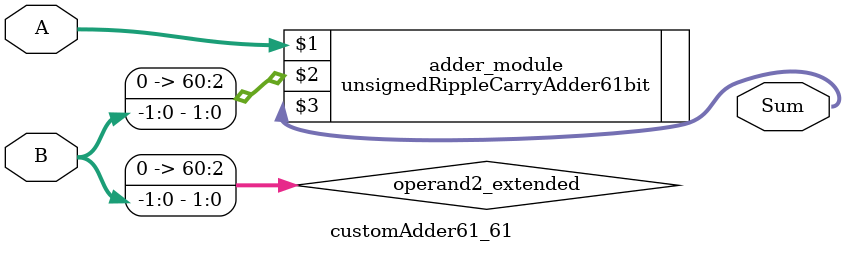
<source format=v>
module customAdder61_61(
                        input [60 : 0] A,
                        input [-1 : 0] B,
                        
                        output [61 : 0] Sum
                );

        wire [60 : 0] operand2_extended;
        
        assign operand2_extended =  {61'b0, B};
        
        unsignedRippleCarryAdder61bit adder_module(
            A,
            operand2_extended,
            Sum
        );
        
        endmodule
        
</source>
